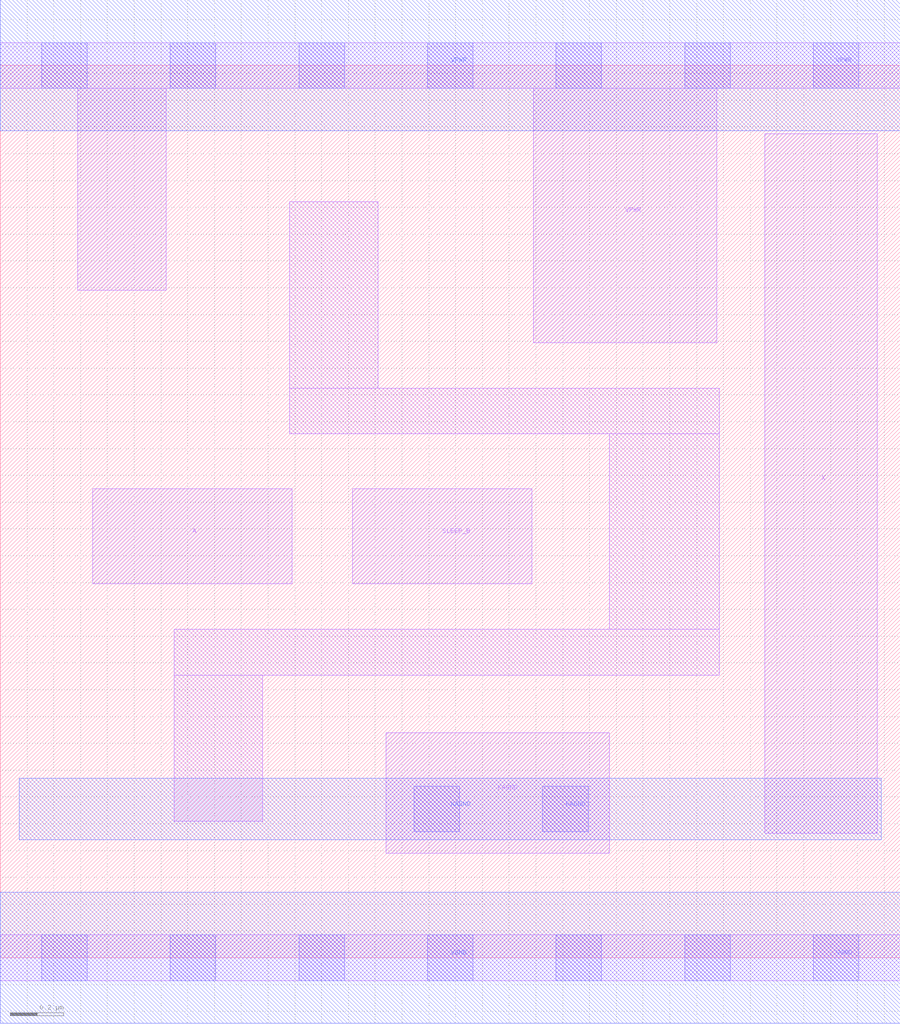
<source format=lef>
# Copyright 2020 The SkyWater PDK Authors
#
# Licensed under the Apache License, Version 2.0 (the "License");
# you may not use this file except in compliance with the License.
# You may obtain a copy of the License at
#
#     https://www.apache.org/licenses/LICENSE-2.0
#
# Unless required by applicable law or agreed to in writing, software
# distributed under the License is distributed on an "AS IS" BASIS,
# WITHOUT WARRANTIES OR CONDITIONS OF ANY KIND, either express or implied.
# See the License for the specific language governing permissions and
# limitations under the License.
#
# SPDX-License-Identifier: Apache-2.0

VERSION 5.7 ;
  NAMESCASESENSITIVE ON ;
  NOWIREEXTENSIONATPIN ON ;
  DIVIDERCHAR "/" ;
  BUSBITCHARS "[]" ;
UNITS
  DATABASE MICRONS 200 ;
END UNITS
MACRO sky130_fd_sc_lp__iso0n_lp
  CLASS CORE ;
  SOURCE USER ;
  FOREIGN sky130_fd_sc_lp__iso0n_lp ;
  ORIGIN  0.000000  0.000000 ;
  SIZE  3.360000 BY  3.330000 ;
  SYMMETRY X Y R90 ;
  SITE unit ;
  PIN A
    ANTENNAGATEAREA  0.189000 ;
    DIRECTION INPUT ;
    USE SIGNAL ;
    PORT
      LAYER li1 ;
        RECT 0.345000 1.395000 1.090000 1.750000 ;
    END
  END A
  PIN SLEEP_B
    ANTENNAGATEAREA  0.189000 ;
    DIRECTION INPUT ;
    USE SIGNAL ;
    PORT
      LAYER li1 ;
        RECT 1.315000 1.395000 1.985000 1.750000 ;
    END
  END SLEEP_B
  PIN X
    ANTENNADIFFAREA  0.445200 ;
    DIRECTION OUTPUT ;
    USE SIGNAL ;
    PORT
      LAYER li1 ;
        RECT 2.855000 0.465000 3.275000 3.075000 ;
    END
  END X
  PIN KAGND
    USE GROUND ;
    PORT
      LAYER li1 ;
        RECT 1.440000 0.390000 2.275000 0.840000 ;
      LAYER mcon ;
        RECT 1.545000 0.470000 1.715000 0.640000 ;
        RECT 2.025000 0.470000 2.195000 0.640000 ;
      LAYER met1 ;
        RECT 0.070000 0.440000 3.290000 0.670000 ;
    END
  END KAGND
  PIN VGND
    DIRECTION INOUT ;
    USE GROUND ;
    PORT
      LAYER li1 ;
        RECT 0.000000 -0.085000 3.360000 0.085000 ;
      LAYER mcon ;
        RECT 0.155000 -0.085000 0.325000 0.085000 ;
        RECT 0.635000 -0.085000 0.805000 0.085000 ;
        RECT 1.115000 -0.085000 1.285000 0.085000 ;
        RECT 1.595000 -0.085000 1.765000 0.085000 ;
        RECT 2.075000 -0.085000 2.245000 0.085000 ;
        RECT 2.555000 -0.085000 2.725000 0.085000 ;
        RECT 3.035000 -0.085000 3.205000 0.085000 ;
      LAYER met1 ;
        RECT 0.000000 -0.245000 3.360000 0.245000 ;
    END
  END VGND
  PIN VPWR
    DIRECTION INOUT ;
    USE POWER ;
    PORT
      LAYER li1 ;
        RECT 0.000000 3.245000 3.360000 3.415000 ;
        RECT 0.290000 2.490000 0.620000 3.245000 ;
        RECT 1.990000 2.295000 2.675000 3.245000 ;
      LAYER mcon ;
        RECT 0.155000 3.245000 0.325000 3.415000 ;
        RECT 0.635000 3.245000 0.805000 3.415000 ;
        RECT 1.115000 3.245000 1.285000 3.415000 ;
        RECT 1.595000 3.245000 1.765000 3.415000 ;
        RECT 2.075000 3.245000 2.245000 3.415000 ;
        RECT 2.555000 3.245000 2.725000 3.415000 ;
        RECT 3.035000 3.245000 3.205000 3.415000 ;
      LAYER met1 ;
        RECT 0.000000 3.085000 3.360000 3.575000 ;
    END
  END VPWR
  OBS
    LAYER li1 ;
      RECT 0.650000 0.510000 0.980000 1.055000 ;
      RECT 0.650000 1.055000 2.685000 1.225000 ;
      RECT 1.080000 1.955000 2.685000 2.125000 ;
      RECT 1.080000 2.125000 1.410000 2.820000 ;
      RECT 2.275000 1.225000 2.685000 1.955000 ;
  END
END sky130_fd_sc_lp__iso0n_lp

</source>
